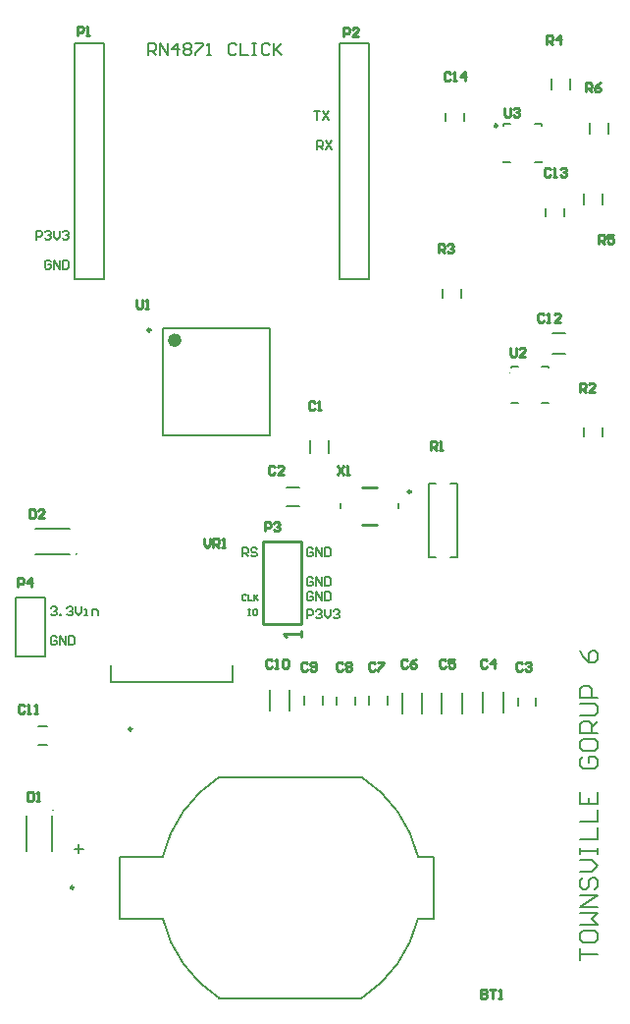
<source format=gto>
G04*
G04 #@! TF.GenerationSoftware,Altium Limited,Altium Designer,20.1.14 (287)*
G04*
G04 Layer_Color=65535*
%FSLAX24Y24*%
%MOIN*%
G70*
G04*
G04 #@! TF.SameCoordinates,C6E9D1D4-3227-45F5-A25F-63411827B746*
G04*
G04*
G04 #@! TF.FilePolarity,Positive*
G04*
G01*
G75*
%ADD10C,0.0079*%
%ADD11C,0.0098*%
%ADD12C,0.0236*%
%ADD13C,0.0039*%
%ADD14C,0.0080*%
%ADD15C,0.0100*%
%ADD16C,0.0059*%
D10*
X1853Y7776D02*
G03*
X1853Y7776I-20J0D01*
G01*
X5579Y4101D02*
G03*
X7496Y1402I4336J1049D01*
G01*
X12333D02*
G03*
X14250Y4101I-2419J3748D01*
G01*
X7497Y8900D02*
G03*
X5578Y6199I2417J-3750D01*
G01*
X14251D02*
G03*
X12332Y8900I-4337J-1049D01*
G01*
X2646Y16467D02*
G03*
X2646Y16467I-20J0D01*
G01*
X19875Y28323D02*
Y28677D01*
X20525Y28323D02*
Y28677D01*
X20075Y30722D02*
Y31077D01*
X20725Y30722D02*
Y31077D01*
X15095Y25152D02*
Y25467D01*
X15705Y25152D02*
Y25467D01*
X15185Y31162D02*
Y31438D01*
X15815Y31162D02*
Y31438D01*
X17150Y31000D02*
Y31050D01*
X17396D01*
X18204D02*
X18450D01*
Y31000D02*
Y31050D01*
Y29750D02*
Y29800D01*
X18204Y29750D02*
X18450D01*
X17150D02*
Y29800D01*
Y29750D02*
X17396D01*
X19215Y27911D02*
Y28187D01*
X18585Y27911D02*
Y28187D01*
X19425Y32222D02*
Y32577D01*
X18775Y32222D02*
Y32577D01*
X3833Y12139D02*
Y12691D01*
Y12139D02*
X7967D01*
Y12691D01*
X13584Y18021D02*
Y18179D01*
X11616Y18021D02*
Y18179D01*
X5589Y20489D02*
X9211D01*
X5589Y24111D02*
X9211D01*
Y20489D02*
Y24111D01*
X5589Y20489D02*
Y24111D01*
X15365Y16360D02*
X15572D01*
X14628Y18840D02*
X14835D01*
X14628Y16360D02*
X14835D01*
X15365Y18840D02*
X15572D01*
Y16360D02*
Y18840D01*
X14628Y16360D02*
Y18840D01*
X9793Y18715D02*
X10226D01*
X9793Y18085D02*
X10226D01*
X11215Y19883D02*
Y20317D01*
X10585Y19883D02*
Y20317D01*
X18452Y21580D02*
X18669D01*
Y21600D01*
X17429Y21580D02*
Y21600D01*
Y21580D02*
X17645D01*
X17429Y22820D02*
X17645D01*
X17429Y22800D02*
Y22820D01*
X18669Y22800D02*
Y22820D01*
X18452D02*
X18669D01*
X18832Y23246D02*
X19265D01*
X18832Y23954D02*
X19265D01*
X600Y13000D02*
X1600D01*
X600D02*
Y15000D01*
X1600D01*
Y13000D02*
Y15000D01*
X18265Y11313D02*
Y11589D01*
X17635Y11313D02*
Y11589D01*
X9885Y11147D02*
Y11856D01*
X9215Y11147D02*
Y11856D01*
X12115Y11363D02*
Y11639D01*
X11485Y11363D02*
Y11639D01*
X12585Y11365D02*
Y11640D01*
X13215Y11365D02*
Y11640D01*
X15735Y11047D02*
Y11756D01*
X15065Y11047D02*
Y11756D01*
X17135Y11097D02*
Y11806D01*
X16465Y11097D02*
Y11806D01*
X7496Y1402D02*
X12333D01*
X7497Y8900D02*
X12332D01*
X4117Y4101D02*
X5578D01*
X4117Y6199D02*
X5578D01*
X4117Y4101D02*
Y6199D01*
X14251Y4101D02*
X14783D01*
X14251Y6199D02*
X14783D01*
Y4101D02*
Y6199D01*
X11600Y25800D02*
X12600D01*
X11600D02*
Y33800D01*
X12600D01*
Y25800D02*
Y33800D01*
X2600Y25800D02*
X3600D01*
X2600D02*
Y33800D01*
X3600D01*
Y25800D02*
Y33800D01*
X14385Y11046D02*
Y11754D01*
X13715Y11046D02*
Y11754D01*
X11015Y11365D02*
Y11640D01*
X10385Y11365D02*
Y11640D01*
X1362Y10615D02*
X1638D01*
X1362Y9985D02*
X1638D01*
X20505Y20443D02*
Y20757D01*
X19895Y20443D02*
Y20757D01*
D11*
X16944Y30991D02*
G03*
X16944Y30991I-49J0D01*
G01*
X4526Y10525D02*
G03*
X4526Y10525I-49J0D01*
G01*
X14007Y18572D02*
G03*
X14007Y18572I-49J0D01*
G01*
X5166Y24062D02*
G03*
X5166Y24062I-49J0D01*
G01*
X2552Y5150D02*
G03*
X2552Y5150I-49J0D01*
G01*
D12*
X6101Y23717D02*
G03*
X6101Y23717I-118J0D01*
G01*
D13*
X17360Y22600D02*
G03*
X17360Y22600I-20J0D01*
G01*
D14*
X967Y6398D02*
Y7580D01*
X1833Y6398D02*
Y7580D01*
X1248Y16467D02*
X2430D01*
X1248Y17333D02*
X2430D01*
X8480Y14580D02*
X8547D01*
X8513D01*
Y14380D01*
X8480D01*
X8547D01*
X8747Y14580D02*
X8680D01*
X8647Y14547D01*
Y14413D01*
X8680Y14380D01*
X8747D01*
X8780Y14413D01*
Y14547D01*
X8747Y14580D01*
X8413Y15047D02*
X8380Y15080D01*
X8313D01*
X8280Y15047D01*
Y14913D01*
X8313Y14880D01*
X8380D01*
X8413Y14913D01*
X8480Y15080D02*
Y14880D01*
X8613D01*
X8680Y15080D02*
Y14880D01*
Y14947D01*
X8813Y15080D01*
X8713Y14980D01*
X8813Y14880D01*
X8280Y16380D02*
Y16680D01*
X8430D01*
X8480Y16630D01*
Y16530D01*
X8430Y16480D01*
X8280D01*
X8380D02*
X8480Y16380D01*
X8780Y16630D02*
X8730Y16680D01*
X8630D01*
X8580Y16630D01*
Y16580D01*
X8630Y16530D01*
X8730D01*
X8780Y16480D01*
Y16430D01*
X8730Y16380D01*
X8630D01*
X8580Y16430D01*
X10680Y16630D02*
X10630Y16680D01*
X10530D01*
X10480Y16630D01*
Y16430D01*
X10530Y16380D01*
X10630D01*
X10680Y16430D01*
Y16530D01*
X10580D01*
X10780Y16380D02*
Y16680D01*
X10980Y16380D01*
Y16680D01*
X11080D02*
Y16380D01*
X11230D01*
X11280Y16430D01*
Y16630D01*
X11230Y16680D01*
X11080D01*
X10680Y15630D02*
X10630Y15680D01*
X10530D01*
X10480Y15630D01*
Y15430D01*
X10530Y15380D01*
X10630D01*
X10680Y15430D01*
Y15530D01*
X10580D01*
X10780Y15380D02*
Y15680D01*
X10980Y15380D01*
Y15680D01*
X11080D02*
Y15380D01*
X11230D01*
X11280Y15430D01*
Y15630D01*
X11230Y15680D01*
X11080D01*
X10680Y15130D02*
X10630Y15180D01*
X10530D01*
X10480Y15130D01*
Y14930D01*
X10530Y14880D01*
X10630D01*
X10680Y14930D01*
Y15030D01*
X10580D01*
X10780Y14880D02*
Y15180D01*
X10980Y14880D01*
Y15180D01*
X11080D02*
Y14880D01*
X11230D01*
X11280Y14930D01*
Y15130D01*
X11230Y15180D01*
X11080D01*
X10480Y14280D02*
Y14580D01*
X10630D01*
X10680Y14530D01*
Y14430D01*
X10630Y14380D01*
X10480D01*
X10780Y14530D02*
X10830Y14580D01*
X10930D01*
X10980Y14530D01*
Y14480D01*
X10930Y14430D01*
X10880D01*
X10930D01*
X10980Y14380D01*
Y14330D01*
X10930Y14280D01*
X10830D01*
X10780Y14330D01*
X11080Y14580D02*
Y14380D01*
X11180Y14280D01*
X11280Y14380D01*
Y14580D01*
X11380Y14530D02*
X11430Y14580D01*
X11530D01*
X11580Y14530D01*
Y14480D01*
X11530Y14430D01*
X11480D01*
X11530D01*
X11580Y14380D01*
Y14330D01*
X11530Y14280D01*
X11430D01*
X11380Y14330D01*
X19753Y2678D02*
Y3078D01*
Y2878D01*
X20353D01*
X19753Y3578D02*
Y3378D01*
X19853Y3278D01*
X20253D01*
X20353Y3378D01*
Y3578D01*
X20253Y3678D01*
X19853D01*
X19753Y3578D01*
Y3878D02*
X20353D01*
X20153Y4078D01*
X20353Y4278D01*
X19753D01*
X20353Y4478D02*
X19753D01*
X20353Y4878D01*
X19753D01*
X19853Y5478D02*
X19753Y5378D01*
Y5178D01*
X19853Y5078D01*
X19953D01*
X20053Y5178D01*
Y5378D01*
X20153Y5478D01*
X20253D01*
X20353Y5378D01*
Y5178D01*
X20253Y5078D01*
X19753Y5677D02*
X20153D01*
X20353Y5877D01*
X20153Y6077D01*
X19753D01*
Y6277D02*
Y6477D01*
Y6377D01*
X20353D01*
Y6277D01*
Y6477D01*
X19753Y6777D02*
X20353D01*
Y7177D01*
X19753Y7377D02*
X20353D01*
Y7777D01*
X19753Y8377D02*
Y7977D01*
X20353D01*
Y8377D01*
X20053Y7977D02*
Y8177D01*
X19853Y9576D02*
X19753Y9476D01*
Y9276D01*
X19853Y9176D01*
X20253D01*
X20353Y9276D01*
Y9476D01*
X20253Y9576D01*
X20053D01*
Y9376D01*
X19753Y10076D02*
Y9876D01*
X19853Y9776D01*
X20253D01*
X20353Y9876D01*
Y10076D01*
X20253Y10176D01*
X19853D01*
X19753Y10076D01*
X20353Y10376D02*
X19753D01*
Y10676D01*
X19853Y10776D01*
X20053D01*
X20153Y10676D01*
Y10376D01*
Y10576D02*
X20353Y10776D01*
X19753Y10976D02*
X20253D01*
X20353Y11076D01*
Y11276D01*
X20253Y11376D01*
X19753D01*
X20353Y11576D02*
X19753D01*
Y11875D01*
X19853Y11975D01*
X20053D01*
X20153Y11875D01*
Y11576D01*
X19753Y13175D02*
X19853Y12975D01*
X20053Y12775D01*
X20253D01*
X20353Y12875D01*
Y13075D01*
X20253Y13175D01*
X20153D01*
X20053Y13075D01*
Y12775D01*
X5080Y33380D02*
Y33780D01*
X5280D01*
X5347Y33713D01*
Y33580D01*
X5280Y33513D01*
X5080D01*
X5213D02*
X5347Y33380D01*
X5480D02*
Y33780D01*
X5746Y33380D01*
Y33780D01*
X6080Y33380D02*
Y33780D01*
X5880Y33580D01*
X6146D01*
X6280Y33713D02*
X6346Y33780D01*
X6480D01*
X6546Y33713D01*
Y33647D01*
X6480Y33580D01*
X6546Y33513D01*
Y33447D01*
X6480Y33380D01*
X6346D01*
X6280Y33447D01*
Y33513D01*
X6346Y33580D01*
X6280Y33647D01*
Y33713D01*
X6346Y33580D02*
X6480D01*
X6679Y33780D02*
X6946D01*
Y33713D01*
X6679Y33447D01*
Y33380D01*
X7079D02*
X7213D01*
X7146D01*
Y33780D01*
X7079Y33713D01*
X8079D02*
X8012Y33780D01*
X7879D01*
X7812Y33713D01*
Y33447D01*
X7879Y33380D01*
X8012D01*
X8079Y33447D01*
X8212Y33780D02*
Y33380D01*
X8479D01*
X8612Y33780D02*
X8745D01*
X8679D01*
Y33380D01*
X8612D01*
X8745D01*
X9212Y33713D02*
X9145Y33780D01*
X9012D01*
X8945Y33713D01*
Y33447D01*
X9012Y33380D01*
X9145D01*
X9212Y33447D01*
X9345Y33780D02*
Y33380D01*
Y33513D01*
X9612Y33780D01*
X9412Y33580D01*
X9612Y33380D01*
X1780Y14630D02*
X1830Y14680D01*
X1930D01*
X1980Y14630D01*
Y14580D01*
X1930Y14530D01*
X1880D01*
X1930D01*
X1980Y14480D01*
Y14430D01*
X1930Y14380D01*
X1830D01*
X1780Y14430D01*
X2080Y14380D02*
Y14430D01*
X2130D01*
Y14380D01*
X2080D01*
X2330Y14630D02*
X2380Y14680D01*
X2480D01*
X2530Y14630D01*
Y14580D01*
X2480Y14530D01*
X2430D01*
X2480D01*
X2530Y14480D01*
Y14430D01*
X2480Y14380D01*
X2380D01*
X2330Y14430D01*
X2630Y14680D02*
Y14480D01*
X2730Y14380D01*
X2830Y14480D01*
Y14680D01*
X2930Y14380D02*
X3030D01*
X2980D01*
Y14580D01*
X2930D01*
X3180Y14380D02*
Y14580D01*
X3329D01*
X3379Y14530D01*
Y14380D01*
X1980Y13630D02*
X1930Y13680D01*
X1830D01*
X1780Y13630D01*
Y13430D01*
X1830Y13380D01*
X1930D01*
X1980Y13430D01*
Y13530D01*
X1880D01*
X2080Y13380D02*
Y13680D01*
X2280Y13380D01*
Y13680D01*
X2380D02*
Y13380D01*
X2530D01*
X2580Y13430D01*
Y13630D01*
X2530Y13680D01*
X2380D01*
X1780Y26380D02*
X1730Y26430D01*
X1630D01*
X1580Y26380D01*
Y26180D01*
X1630Y26130D01*
X1730D01*
X1780Y26180D01*
Y26280D01*
X1680D01*
X1880Y26130D02*
Y26430D01*
X2080Y26130D01*
Y26430D01*
X2180D02*
Y26130D01*
X2330D01*
X2380Y26180D01*
Y26380D01*
X2330Y26430D01*
X2180D01*
X10830Y30180D02*
Y30480D01*
X10980D01*
X11030Y30430D01*
Y30330D01*
X10980Y30280D01*
X10830D01*
X10930D02*
X11030Y30180D01*
X11130Y30480D02*
X11330Y30180D01*
Y30480D02*
X11130Y30180D01*
X10730Y31480D02*
X10930D01*
X10830D01*
Y31180D01*
X11030Y31480D02*
X11230Y31180D01*
Y31480D02*
X11030Y31180D01*
X1280Y27130D02*
Y27430D01*
X1430D01*
X1480Y27380D01*
Y27280D01*
X1430Y27230D01*
X1280D01*
X1580Y27380D02*
X1630Y27430D01*
X1730D01*
X1780Y27380D01*
Y27330D01*
X1730Y27280D01*
X1680D01*
X1730D01*
X1780Y27230D01*
Y27180D01*
X1730Y27130D01*
X1630D01*
X1580Y27180D01*
X1880Y27430D02*
Y27230D01*
X1980Y27130D01*
X2080Y27230D01*
Y27430D01*
X2180Y27380D02*
X2230Y27430D01*
X2330D01*
X2380Y27380D01*
Y27330D01*
X2330Y27280D01*
X2280D01*
X2330D01*
X2380Y27230D01*
Y27180D01*
X2330Y27130D01*
X2230D01*
X2180Y27180D01*
D15*
X9000Y14100D02*
X10300D01*
X9000D02*
Y16900D01*
X10300D01*
Y14100D02*
Y16900D01*
X12335Y18730D02*
X12865D01*
X12335Y17470D02*
X12865D01*
X10300Y13650D02*
Y13850D01*
Y13750D01*
X9700D01*
X9800Y13650D01*
X660Y15340D02*
Y15640D01*
X810D01*
X860Y15590D01*
Y15490D01*
X810Y15440D01*
X660D01*
X1110Y15340D02*
Y15640D01*
X960Y15490D01*
X1160D01*
X11510Y19460D02*
X11710Y19160D01*
Y19460D02*
X11510Y19160D01*
X11810D02*
X11910D01*
X11860D01*
Y19460D01*
X11810Y19410D01*
X7000Y17000D02*
Y16800D01*
X7100Y16700D01*
X7200Y16800D01*
Y17000D01*
X7300Y16700D02*
Y17000D01*
X7450D01*
X7500Y16950D01*
Y16850D01*
X7450Y16800D01*
X7300D01*
X7400D02*
X7500Y16700D01*
X7600D02*
X7700D01*
X7650D01*
Y17000D01*
X7600Y16950D01*
X17200Y31600D02*
Y31350D01*
X17250Y31300D01*
X17350D01*
X17400Y31350D01*
Y31600D01*
X17500Y31550D02*
X17550Y31600D01*
X17650D01*
X17700Y31550D01*
Y31500D01*
X17650Y31450D01*
X17600D01*
X17650D01*
X17700Y31400D01*
Y31350D01*
X17650Y31300D01*
X17550D01*
X17500Y31350D01*
X17399Y23470D02*
Y23220D01*
X17449Y23170D01*
X17549D01*
X17599Y23220D01*
Y23470D01*
X17899Y23170D02*
X17699D01*
X17899Y23370D01*
Y23420D01*
X17849Y23470D01*
X17749D01*
X17699Y23420D01*
X4700Y25100D02*
Y24850D01*
X4750Y24800D01*
X4850D01*
X4900Y24850D01*
Y25100D01*
X5000Y24800D02*
X5100D01*
X5050D01*
Y25100D01*
X5000Y25050D01*
X19950Y32150D02*
Y32450D01*
X20100D01*
X20150Y32400D01*
Y32300D01*
X20100Y32250D01*
X19950D01*
X20050D02*
X20150Y32150D01*
X20450Y32450D02*
X20350Y32400D01*
X20250Y32300D01*
Y32200D01*
X20300Y32150D01*
X20400D01*
X20450Y32200D01*
Y32250D01*
X20400Y32300D01*
X20250D01*
X20400Y27000D02*
Y27300D01*
X20550D01*
X20600Y27250D01*
Y27150D01*
X20550Y27100D01*
X20400D01*
X20500D02*
X20600Y27000D01*
X20900Y27300D02*
X20700D01*
Y27150D01*
X20800Y27200D01*
X20850D01*
X20900Y27150D01*
Y27050D01*
X20850Y27000D01*
X20750D01*
X20700Y27050D01*
X18620Y33770D02*
Y34070D01*
X18770D01*
X18820Y34020D01*
Y33920D01*
X18770Y33870D01*
X18620D01*
X18720D02*
X18820Y33770D01*
X19070D02*
Y34070D01*
X18920Y33920D01*
X19120D01*
X14940Y26679D02*
Y26979D01*
X15090D01*
X15140Y26929D01*
Y26829D01*
X15090Y26779D01*
X14940D01*
X15040D02*
X15140Y26679D01*
X15240Y26929D02*
X15290Y26979D01*
X15390D01*
X15440Y26929D01*
Y26879D01*
X15390Y26829D01*
X15340D01*
X15390D01*
X15440Y26779D01*
Y26729D01*
X15390Y26679D01*
X15290D01*
X15240Y26729D01*
X19740Y21970D02*
Y22270D01*
X19890D01*
X19940Y22220D01*
Y22120D01*
X19890Y22070D01*
X19740D01*
X19840D02*
X19940Y21970D01*
X20240D02*
X20040D01*
X20240Y22170D01*
Y22220D01*
X20190Y22270D01*
X20090D01*
X20040Y22220D01*
X14680Y19990D02*
Y20290D01*
X14830D01*
X14880Y20240D01*
Y20140D01*
X14830Y20090D01*
X14680D01*
X14780D02*
X14880Y19990D01*
X14980D02*
X15080D01*
X15030D01*
Y20290D01*
X14980Y20240D01*
X9050Y17250D02*
Y17550D01*
X9200D01*
X9250Y17500D01*
Y17400D01*
X9200Y17350D01*
X9050D01*
X9350Y17500D02*
X9400Y17550D01*
X9500D01*
X9550Y17500D01*
Y17450D01*
X9500Y17400D01*
X9450D01*
X9500D01*
X9550Y17350D01*
Y17300D01*
X9500Y17250D01*
X9400D01*
X9350Y17300D01*
X11720Y34020D02*
Y34320D01*
X11870D01*
X11920Y34270D01*
Y34170D01*
X11870Y34120D01*
X11720D01*
X12220Y34020D02*
X12020D01*
X12220Y34220D01*
Y34270D01*
X12170Y34320D01*
X12070D01*
X12020Y34270D01*
X2670Y34070D02*
Y34370D01*
X2820D01*
X2870Y34320D01*
Y34220D01*
X2820Y34170D01*
X2670D01*
X2970Y34070D02*
X3070D01*
X3020D01*
Y34370D01*
X2970Y34320D01*
X1039Y17978D02*
Y17678D01*
X1189D01*
X1239Y17728D01*
Y17928D01*
X1189Y17978D01*
X1039D01*
X1539Y17678D02*
X1339D01*
X1539Y17878D01*
Y17928D01*
X1489Y17978D01*
X1389D01*
X1339Y17928D01*
X1000Y8400D02*
Y8100D01*
X1150D01*
X1200Y8150D01*
Y8350D01*
X1150Y8400D01*
X1000D01*
X1300Y8100D02*
X1400D01*
X1350D01*
Y8400D01*
X1300Y8350D01*
X15340Y32769D02*
X15290Y32819D01*
X15190D01*
X15140Y32769D01*
Y32569D01*
X15190Y32519D01*
X15290D01*
X15340Y32569D01*
X15440Y32519D02*
X15540D01*
X15490D01*
Y32819D01*
X15440Y32769D01*
X15840Y32519D02*
Y32819D01*
X15690Y32669D01*
X15890D01*
X18740Y29519D02*
X18690Y29569D01*
X18590D01*
X18540Y29519D01*
Y29319D01*
X18590Y29269D01*
X18690D01*
X18740Y29319D01*
X18840Y29269D02*
X18940D01*
X18890D01*
Y29569D01*
X18840Y29519D01*
X19090D02*
X19140Y29569D01*
X19240D01*
X19290Y29519D01*
Y29469D01*
X19240Y29419D01*
X19190D01*
X19240D01*
X19290Y29369D01*
Y29319D01*
X19240Y29269D01*
X19140D01*
X19090Y29319D01*
X18519Y24580D02*
X18469Y24630D01*
X18369D01*
X18319Y24580D01*
Y24380D01*
X18369Y24330D01*
X18469D01*
X18519Y24380D01*
X18619Y24330D02*
X18719D01*
X18669D01*
Y24630D01*
X18619Y24580D01*
X19069Y24330D02*
X18869D01*
X19069Y24530D01*
Y24580D01*
X19019Y24630D01*
X18919D01*
X18869Y24580D01*
X880Y11310D02*
X830Y11360D01*
X730D01*
X680Y11310D01*
Y11110D01*
X730Y11060D01*
X830D01*
X880Y11110D01*
X980Y11060D02*
X1080D01*
X1030D01*
Y11360D01*
X980Y11310D01*
X1230Y11060D02*
X1330D01*
X1280D01*
Y11360D01*
X1230Y11310D01*
X9300Y12850D02*
X9250Y12900D01*
X9150D01*
X9100Y12850D01*
Y12650D01*
X9150Y12600D01*
X9250D01*
X9300Y12650D01*
X9400Y12600D02*
X9500D01*
X9450D01*
Y12900D01*
X9400Y12850D01*
X9650D02*
X9700Y12900D01*
X9800D01*
X9850Y12850D01*
Y12650D01*
X9800Y12600D01*
X9700D01*
X9650Y12650D01*
Y12850D01*
X10500Y12750D02*
X10450Y12800D01*
X10350D01*
X10300Y12750D01*
Y12550D01*
X10350Y12500D01*
X10450D01*
X10500Y12550D01*
X10600D02*
X10650Y12500D01*
X10750D01*
X10800Y12550D01*
Y12750D01*
X10750Y12800D01*
X10650D01*
X10600Y12750D01*
Y12700D01*
X10650Y12650D01*
X10800D01*
X11700Y12750D02*
X11650Y12800D01*
X11550D01*
X11500Y12750D01*
Y12550D01*
X11550Y12500D01*
X11650D01*
X11700Y12550D01*
X11800Y12750D02*
X11850Y12800D01*
X11950D01*
X12000Y12750D01*
Y12700D01*
X11950Y12650D01*
X12000Y12600D01*
Y12550D01*
X11950Y12500D01*
X11850D01*
X11800Y12550D01*
Y12600D01*
X11850Y12650D01*
X11800Y12700D01*
Y12750D01*
X11850Y12650D02*
X11950D01*
X12800Y12750D02*
X12750Y12800D01*
X12650D01*
X12600Y12750D01*
Y12550D01*
X12650Y12500D01*
X12750D01*
X12800Y12550D01*
X12900Y12800D02*
X13100D01*
Y12750D01*
X12900Y12550D01*
Y12500D01*
X13900Y12850D02*
X13850Y12900D01*
X13750D01*
X13700Y12850D01*
Y12650D01*
X13750Y12600D01*
X13850D01*
X13900Y12650D01*
X14200Y12900D02*
X14100Y12850D01*
X14000Y12750D01*
Y12650D01*
X14050Y12600D01*
X14150D01*
X14200Y12650D01*
Y12700D01*
X14150Y12750D01*
X14000D01*
X15200Y12850D02*
X15150Y12900D01*
X15050D01*
X15000Y12850D01*
Y12650D01*
X15050Y12600D01*
X15150D01*
X15200Y12650D01*
X15500Y12900D02*
X15300D01*
Y12750D01*
X15400Y12800D01*
X15450D01*
X15500Y12750D01*
Y12650D01*
X15450Y12600D01*
X15350D01*
X15300Y12650D01*
X16600Y12850D02*
X16550Y12900D01*
X16450Y12900D01*
X16400Y12850D01*
X16400Y12650D01*
X16450Y12600D01*
X16550Y12600D01*
X16600Y12650D01*
X16850Y12600D02*
X16850Y12900D01*
X16700Y12750D01*
X16900Y12750D01*
X17800Y12750D02*
X17750Y12800D01*
X17650D01*
X17600Y12750D01*
Y12550D01*
X17650Y12500D01*
X17750D01*
X17800Y12550D01*
X17900Y12750D02*
X17950Y12800D01*
X18050D01*
X18100Y12750D01*
Y12700D01*
X18050Y12650D01*
X18000D01*
X18050D01*
X18100Y12600D01*
Y12550D01*
X18050Y12500D01*
X17950D01*
X17900Y12550D01*
X9370Y19410D02*
X9320Y19460D01*
X9220D01*
X9170Y19410D01*
Y19210D01*
X9220Y19160D01*
X9320D01*
X9370Y19210D01*
X9670Y19160D02*
X9470D01*
X9670Y19360D01*
Y19410D01*
X9620Y19460D01*
X9520D01*
X9470Y19410D01*
X10740Y21590D02*
X10690Y21640D01*
X10590D01*
X10540Y21590D01*
Y21390D01*
X10590Y21340D01*
X10690D01*
X10740Y21390D01*
X10840Y21340D02*
X10940D01*
X10890D01*
Y21640D01*
X10840Y21590D01*
X16400Y1700D02*
Y1400D01*
X16550D01*
X16600Y1450D01*
Y1500D01*
X16550Y1550D01*
X16400D01*
X16550D01*
X16600Y1600D01*
Y1650D01*
X16550Y1700D01*
X16400D01*
X16700D02*
X16900D01*
X16800D01*
Y1400D01*
X17000D02*
X17100D01*
X17050D01*
Y1700D01*
X17000Y1650D01*
D16*
X2572Y6458D02*
X2873D01*
X2723Y6609D02*
Y6307D01*
M02*

</source>
